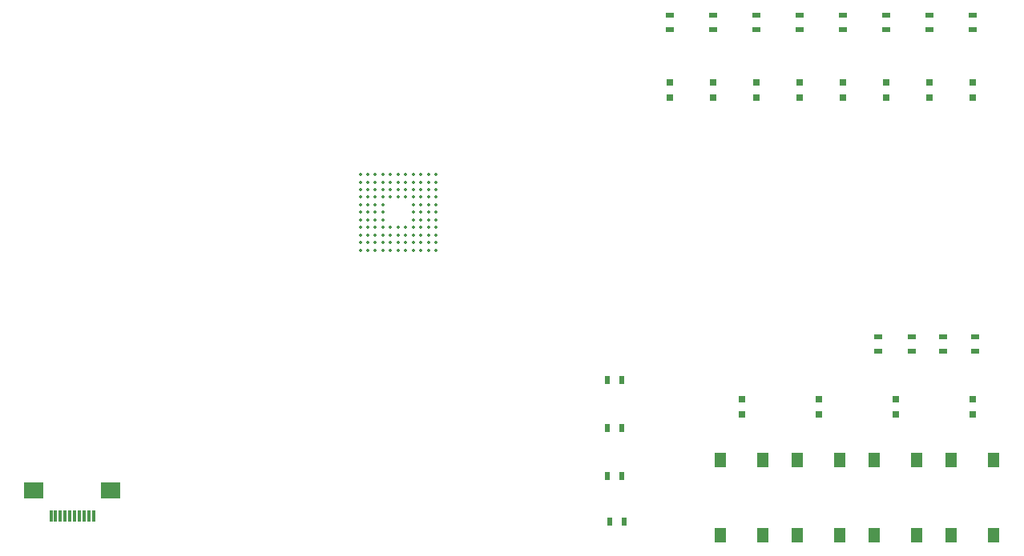
<source format=gbr>
G04 #@! TF.FileFunction,Paste,Top*
%FSLAX46Y46*%
G04 Gerber Fmt 4.6, Leading zero omitted, Abs format (unit mm)*
G04 Created by KiCad (PCBNEW 4.0.6) date Tuesday 03. October 2017 15.24.42*
%MOMM*%
%LPD*%
G01*
G04 APERTURE LIST*
%ADD10C,0.100000*%
%ADD11R,2.000000X1.800000*%
%ADD12R,0.300000X1.300000*%
%ADD13C,0.350000*%
%ADD14R,0.500000X0.900000*%
%ADD15R,0.900000X0.500000*%
%ADD16R,1.300000X1.550000*%
%ADD17R,0.800000X0.800000*%
G04 APERTURE END LIST*
D10*
D11*
X138047000Y-124647200D03*
D12*
X139847000Y-127397200D03*
X140347000Y-127397200D03*
X140847000Y-127397200D03*
X141347000Y-127397200D03*
X141847000Y-127397200D03*
X142347000Y-127397200D03*
X142847000Y-127397200D03*
X143347000Y-127397200D03*
X143847000Y-127397200D03*
D11*
X146147000Y-124647200D03*
D12*
X144347000Y-127397200D03*
D13*
X172530000Y-91250000D03*
X173330000Y-91250000D03*
X174130000Y-91250000D03*
X174930000Y-91250000D03*
X175730000Y-91250000D03*
X176530000Y-91250000D03*
X177330000Y-91250000D03*
X178130000Y-91250000D03*
X178930000Y-91250000D03*
X179730000Y-91250000D03*
X180530000Y-91250000D03*
X172530000Y-92050000D03*
X173330000Y-92050000D03*
X174130000Y-92050000D03*
X174930000Y-92050000D03*
X175730000Y-92050000D03*
X176530000Y-92050000D03*
X177330000Y-92050000D03*
X178130000Y-92050000D03*
X178930000Y-92050000D03*
X179730000Y-92050000D03*
X180530000Y-92050000D03*
X172530000Y-92850000D03*
X173330000Y-92850000D03*
X174130000Y-92850000D03*
X174930000Y-92850000D03*
X175730000Y-92850000D03*
X176530000Y-92850000D03*
X177330000Y-92850000D03*
X178130000Y-92850000D03*
X178930000Y-92850000D03*
X179730000Y-92850000D03*
X180530000Y-92850000D03*
X172530000Y-93650000D03*
X173330000Y-93650000D03*
X174130000Y-93650000D03*
X174930000Y-93650000D03*
X175730000Y-93650000D03*
X176530000Y-93650000D03*
X177330000Y-93650000D03*
X178130000Y-93650000D03*
X178930000Y-93650000D03*
X179730000Y-93650000D03*
X180530000Y-93650000D03*
X172530000Y-94450000D03*
X173330000Y-94450000D03*
X174130000Y-94450000D03*
X174930000Y-94450000D03*
X178130000Y-94450000D03*
X178930000Y-94450000D03*
X179730000Y-94450000D03*
X180530000Y-94450000D03*
X172530000Y-95250000D03*
X173330000Y-95250000D03*
X174130000Y-95250000D03*
X174930000Y-95250000D03*
X178130000Y-95250000D03*
X178930000Y-95250000D03*
X179730000Y-95250000D03*
X180530000Y-95250000D03*
X172530000Y-96050000D03*
X173330000Y-96050000D03*
X174130000Y-96050000D03*
X174930000Y-96050000D03*
X178130000Y-96050000D03*
X178930000Y-96050000D03*
X179730000Y-96050000D03*
X180530000Y-96050000D03*
X172530000Y-96850000D03*
X173330000Y-96850000D03*
X174130000Y-96850000D03*
X174930000Y-96850000D03*
X175730000Y-96850000D03*
X176530000Y-96850000D03*
X177330000Y-96850000D03*
X178130000Y-96850000D03*
X178930000Y-96850000D03*
X179730000Y-96850000D03*
X180530000Y-96850000D03*
X172530000Y-97650000D03*
X173330000Y-97650000D03*
X174130000Y-97650000D03*
X174930000Y-97650000D03*
X175730000Y-97650000D03*
X176530000Y-97650000D03*
X177330000Y-97650000D03*
X178130000Y-97650000D03*
X178930000Y-97650000D03*
X179730000Y-97650000D03*
X180530000Y-97650000D03*
X172530000Y-98450000D03*
X173330000Y-98450000D03*
X174130000Y-98450000D03*
X174930000Y-98450000D03*
X175730000Y-98450000D03*
X176530000Y-98450000D03*
X177330000Y-98450000D03*
X178130000Y-98450000D03*
X178930000Y-98450000D03*
X179730000Y-98450000D03*
X180530000Y-98450000D03*
X172530000Y-99250000D03*
X173330000Y-99250000D03*
X174130000Y-99250000D03*
X174930000Y-99250000D03*
X175730000Y-99250000D03*
X176530000Y-99250000D03*
X177330000Y-99250000D03*
X178130000Y-99250000D03*
X178930000Y-99250000D03*
X179730000Y-99250000D03*
X180530000Y-99250000D03*
D14*
X200394000Y-128016000D03*
X198894000Y-128016000D03*
D15*
X227279200Y-109919200D03*
X227279200Y-108419200D03*
X230784400Y-109970000D03*
X230784400Y-108470000D03*
X234137200Y-109970000D03*
X234137200Y-108470000D03*
X237490000Y-109970000D03*
X237490000Y-108470000D03*
D14*
X200140000Y-123190000D03*
X198640000Y-123190000D03*
X200140000Y-118110000D03*
X198640000Y-118110000D03*
X200140000Y-113030000D03*
X198640000Y-113030000D03*
D15*
X237236000Y-75934000D03*
X237236000Y-74434000D03*
X232664000Y-75934000D03*
X232664000Y-74434000D03*
X228092000Y-75934000D03*
X228092000Y-74434000D03*
X223520000Y-75934000D03*
X223520000Y-74434000D03*
X218948000Y-75934000D03*
X218948000Y-74434000D03*
X214376000Y-75934000D03*
X214376000Y-74434000D03*
X209804000Y-75934000D03*
X209804000Y-74434000D03*
X205232000Y-75934000D03*
X205232000Y-74434000D03*
D16*
X215102000Y-129451000D03*
X215102000Y-121501000D03*
X210602000Y-121501000D03*
X210602000Y-129451000D03*
X223230000Y-129451000D03*
X223230000Y-121501000D03*
X218730000Y-121501000D03*
X218730000Y-129451000D03*
X231358000Y-129451000D03*
X231358000Y-121501000D03*
X226858000Y-121501000D03*
X226858000Y-129451000D03*
X239486000Y-129451000D03*
X239486000Y-121501000D03*
X234986000Y-121501000D03*
X234986000Y-129451000D03*
D17*
X212852000Y-115024000D03*
X212852000Y-116624000D03*
X220980000Y-115024000D03*
X220980000Y-116624000D03*
X229108000Y-115024000D03*
X229108000Y-116624000D03*
X237236000Y-115024000D03*
X237236000Y-116624000D03*
X237236000Y-81496000D03*
X237236000Y-83096000D03*
X232664000Y-81496000D03*
X232664000Y-83096000D03*
X228092000Y-81496000D03*
X228092000Y-83096000D03*
X223520000Y-81496000D03*
X223520000Y-83096000D03*
X218948000Y-81496000D03*
X218948000Y-83096000D03*
X214376000Y-81496000D03*
X214376000Y-83096000D03*
X209804000Y-81496000D03*
X209804000Y-83096000D03*
X205232000Y-81496000D03*
X205232000Y-83096000D03*
M02*

</source>
